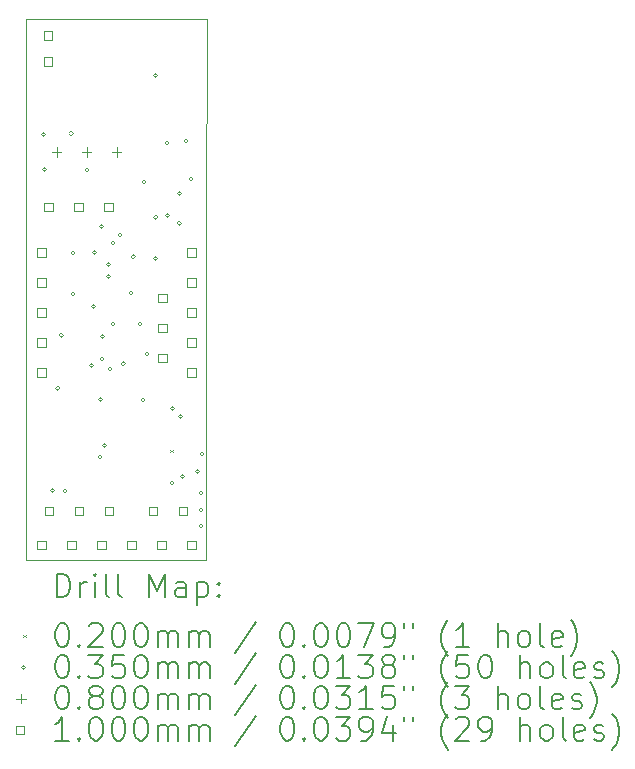
<source format=gbr>
%TF.GenerationSoftware,KiCad,Pcbnew,9.0.6*%
%TF.CreationDate,2026-01-09T20:10:29+00:00*%
%TF.ProjectId,ExtendedRangeSupply,45787465-6e64-4656-9452-616e67655375,rev?*%
%TF.SameCoordinates,Original*%
%TF.FileFunction,Drillmap*%
%TF.FilePolarity,Positive*%
%FSLAX45Y45*%
G04 Gerber Fmt 4.5, Leading zero omitted, Abs format (unit mm)*
G04 Created by KiCad (PCBNEW 9.0.6) date 2026-01-09 20:10:29*
%MOMM*%
%LPD*%
G01*
G04 APERTURE LIST*
%ADD10C,0.100000*%
%ADD11C,0.200000*%
G04 APERTURE END LIST*
D10*
X13729000Y-8458000D02*
X13730000Y-6672500D01*
X13730000Y-6672500D02*
X12205000Y-6672500D01*
X12205000Y-8458000D02*
X12205000Y-6672500D01*
X12205000Y-8458000D02*
X12205000Y-11252000D01*
X12205000Y-11252000D02*
X13729000Y-11252000D01*
X13729000Y-11252000D02*
X13729000Y-8458000D01*
D11*
D10*
X13425000Y-10317250D02*
X13445000Y-10337250D01*
X13445000Y-10317250D02*
X13425000Y-10337250D01*
X12367500Y-7650000D02*
G75*
G02*
X12332500Y-7650000I-17500J0D01*
G01*
X12332500Y-7650000D02*
G75*
G02*
X12367500Y-7650000I17500J0D01*
G01*
X12376400Y-7943500D02*
G75*
G02*
X12341400Y-7943500I-17500J0D01*
G01*
X12341400Y-7943500D02*
G75*
G02*
X12376400Y-7943500I17500J0D01*
G01*
X12445000Y-10662500D02*
G75*
G02*
X12410000Y-10662500I-17500J0D01*
G01*
X12410000Y-10662500D02*
G75*
G02*
X12445000Y-10662500I17500J0D01*
G01*
X12487500Y-9797500D02*
G75*
G02*
X12452500Y-9797500I-17500J0D01*
G01*
X12452500Y-9797500D02*
G75*
G02*
X12487500Y-9797500I17500J0D01*
G01*
X12517500Y-9349000D02*
G75*
G02*
X12482500Y-9349000I-17500J0D01*
G01*
X12482500Y-9349000D02*
G75*
G02*
X12517500Y-9349000I17500J0D01*
G01*
X12550000Y-10665000D02*
G75*
G02*
X12515000Y-10665000I-17500J0D01*
G01*
X12515000Y-10665000D02*
G75*
G02*
X12550000Y-10665000I17500J0D01*
G01*
X12600600Y-7641000D02*
G75*
G02*
X12565600Y-7641000I-17500J0D01*
G01*
X12565600Y-7641000D02*
G75*
G02*
X12600600Y-7641000I17500J0D01*
G01*
X12617500Y-8650000D02*
G75*
G02*
X12582500Y-8650000I-17500J0D01*
G01*
X12582500Y-8650000D02*
G75*
G02*
X12617500Y-8650000I17500J0D01*
G01*
X12619364Y-8999053D02*
G75*
G02*
X12584364Y-8999053I-17500J0D01*
G01*
X12584364Y-8999053D02*
G75*
G02*
X12619364Y-8999053I17500J0D01*
G01*
X12733500Y-7949000D02*
G75*
G02*
X12698500Y-7949000I-17500J0D01*
G01*
X12698500Y-7949000D02*
G75*
G02*
X12733500Y-7949000I17500J0D01*
G01*
X12774500Y-9605000D02*
G75*
G02*
X12739500Y-9605000I-17500J0D01*
G01*
X12739500Y-9605000D02*
G75*
G02*
X12774500Y-9605000I17500J0D01*
G01*
X12792547Y-9106247D02*
G75*
G02*
X12757547Y-9106247I-17500J0D01*
G01*
X12757547Y-9106247D02*
G75*
G02*
X12792547Y-9106247I17500J0D01*
G01*
X12800269Y-8650345D02*
G75*
G02*
X12765269Y-8650345I-17500J0D01*
G01*
X12765269Y-8650345D02*
G75*
G02*
X12800269Y-8650345I17500J0D01*
G01*
X12845007Y-10378047D02*
G75*
G02*
X12810007Y-10378047I-17500J0D01*
G01*
X12810007Y-10378047D02*
G75*
G02*
X12845007Y-10378047I17500J0D01*
G01*
X12850000Y-9895000D02*
G75*
G02*
X12815000Y-9895000I-17500J0D01*
G01*
X12815000Y-9895000D02*
G75*
G02*
X12850000Y-9895000I17500J0D01*
G01*
X12860500Y-8430000D02*
G75*
G02*
X12825500Y-8430000I-17500J0D01*
G01*
X12825500Y-8430000D02*
G75*
G02*
X12860500Y-8430000I17500J0D01*
G01*
X12865000Y-9550000D02*
G75*
G02*
X12830000Y-9550000I-17500J0D01*
G01*
X12830000Y-9550000D02*
G75*
G02*
X12865000Y-9550000I17500J0D01*
G01*
X12868625Y-9358375D02*
G75*
G02*
X12833625Y-9358375I-17500J0D01*
G01*
X12833625Y-9358375D02*
G75*
G02*
X12868625Y-9358375I17500J0D01*
G01*
X12885997Y-10283498D02*
G75*
G02*
X12850997Y-10283498I-17500J0D01*
G01*
X12850997Y-10283498D02*
G75*
G02*
X12885997Y-10283498I17500J0D01*
G01*
X12917500Y-8750000D02*
G75*
G02*
X12882500Y-8750000I-17500J0D01*
G01*
X12882500Y-8750000D02*
G75*
G02*
X12917500Y-8750000I17500J0D01*
G01*
X12917500Y-8850000D02*
G75*
G02*
X12882500Y-8850000I-17500J0D01*
G01*
X12882500Y-8850000D02*
G75*
G02*
X12917500Y-8850000I17500J0D01*
G01*
X12930000Y-9635000D02*
G75*
G02*
X12895000Y-9635000I-17500J0D01*
G01*
X12895000Y-9635000D02*
G75*
G02*
X12930000Y-9635000I17500J0D01*
G01*
X12954566Y-9255939D02*
G75*
G02*
X12919566Y-9255939I-17500J0D01*
G01*
X12919566Y-9255939D02*
G75*
G02*
X12954566Y-9255939I17500J0D01*
G01*
X12957375Y-8570000D02*
G75*
G02*
X12922375Y-8570000I-17500J0D01*
G01*
X12922375Y-8570000D02*
G75*
G02*
X12957375Y-8570000I17500J0D01*
G01*
X13017500Y-8500000D02*
G75*
G02*
X12982500Y-8500000I-17500J0D01*
G01*
X12982500Y-8500000D02*
G75*
G02*
X13017500Y-8500000I17500J0D01*
G01*
X13042500Y-9590000D02*
G75*
G02*
X13007500Y-9590000I-17500J0D01*
G01*
X13007500Y-9590000D02*
G75*
G02*
X13042500Y-9590000I17500J0D01*
G01*
X13108898Y-8992465D02*
G75*
G02*
X13073898Y-8992465I-17500J0D01*
G01*
X13073898Y-8992465D02*
G75*
G02*
X13108898Y-8992465I17500J0D01*
G01*
X13128839Y-8685958D02*
G75*
G02*
X13093839Y-8685958I-17500J0D01*
G01*
X13093839Y-8685958D02*
G75*
G02*
X13128839Y-8685958I17500J0D01*
G01*
X13185000Y-9255939D02*
G75*
G02*
X13150000Y-9255939I-17500J0D01*
G01*
X13150000Y-9255939D02*
G75*
G02*
X13185000Y-9255939I17500J0D01*
G01*
X13208500Y-9899000D02*
G75*
G02*
X13173500Y-9899000I-17500J0D01*
G01*
X13173500Y-9899000D02*
G75*
G02*
X13208500Y-9899000I17500J0D01*
G01*
X13217500Y-8050000D02*
G75*
G02*
X13182500Y-8050000I-17500J0D01*
G01*
X13182500Y-8050000D02*
G75*
G02*
X13217500Y-8050000I17500J0D01*
G01*
X13243500Y-9505000D02*
G75*
G02*
X13208500Y-9505000I-17500J0D01*
G01*
X13208500Y-9505000D02*
G75*
G02*
X13243500Y-9505000I17500J0D01*
G01*
X13317500Y-7150000D02*
G75*
G02*
X13282500Y-7150000I-17500J0D01*
G01*
X13282500Y-7150000D02*
G75*
G02*
X13317500Y-7150000I17500J0D01*
G01*
X13317500Y-8350000D02*
G75*
G02*
X13282500Y-8350000I-17500J0D01*
G01*
X13282500Y-8350000D02*
G75*
G02*
X13317500Y-8350000I17500J0D01*
G01*
X13317500Y-8700000D02*
G75*
G02*
X13282500Y-8700000I-17500J0D01*
G01*
X13282500Y-8700000D02*
G75*
G02*
X13317500Y-8700000I17500J0D01*
G01*
X13412885Y-7719615D02*
G75*
G02*
X13377885Y-7719615I-17500J0D01*
G01*
X13377885Y-7719615D02*
G75*
G02*
X13412885Y-7719615I17500J0D01*
G01*
X13417500Y-8332114D02*
G75*
G02*
X13382500Y-8332114I-17500J0D01*
G01*
X13382500Y-8332114D02*
G75*
G02*
X13417500Y-8332114I17500J0D01*
G01*
X13457500Y-10600000D02*
G75*
G02*
X13422500Y-10600000I-17500J0D01*
G01*
X13422500Y-10600000D02*
G75*
G02*
X13457500Y-10600000I17500J0D01*
G01*
X13460071Y-9967429D02*
G75*
G02*
X13425071Y-9967429I-17500J0D01*
G01*
X13425071Y-9967429D02*
G75*
G02*
X13460071Y-9967429I17500J0D01*
G01*
X13517500Y-8150000D02*
G75*
G02*
X13482500Y-8150000I-17500J0D01*
G01*
X13482500Y-8150000D02*
G75*
G02*
X13517500Y-8150000I17500J0D01*
G01*
X13517500Y-8400000D02*
G75*
G02*
X13482500Y-8400000I-17500J0D01*
G01*
X13482500Y-8400000D02*
G75*
G02*
X13517500Y-8400000I17500J0D01*
G01*
X13527500Y-10035000D02*
G75*
G02*
X13492500Y-10035000I-17500J0D01*
G01*
X13492500Y-10035000D02*
G75*
G02*
X13527500Y-10035000I17500J0D01*
G01*
X13545000Y-10547500D02*
G75*
G02*
X13510000Y-10547500I-17500J0D01*
G01*
X13510000Y-10547500D02*
G75*
G02*
X13545000Y-10547500I17500J0D01*
G01*
X13570620Y-7704798D02*
G75*
G02*
X13535620Y-7704798I-17500J0D01*
G01*
X13535620Y-7704798D02*
G75*
G02*
X13570620Y-7704798I17500J0D01*
G01*
X13613598Y-8025644D02*
G75*
G02*
X13578598Y-8025644I-17500J0D01*
G01*
X13578598Y-8025644D02*
G75*
G02*
X13613598Y-8025644I17500J0D01*
G01*
X13669500Y-10501000D02*
G75*
G02*
X13634500Y-10501000I-17500J0D01*
G01*
X13634500Y-10501000D02*
G75*
G02*
X13669500Y-10501000I17500J0D01*
G01*
X13700097Y-10966196D02*
G75*
G02*
X13665097Y-10966196I-17500J0D01*
G01*
X13665097Y-10966196D02*
G75*
G02*
X13700097Y-10966196I17500J0D01*
G01*
X13702134Y-10683012D02*
G75*
G02*
X13667134Y-10683012I-17500J0D01*
G01*
X13667134Y-10683012D02*
G75*
G02*
X13702134Y-10683012I17500J0D01*
G01*
X13703153Y-10828678D02*
G75*
G02*
X13668153Y-10828678I-17500J0D01*
G01*
X13668153Y-10828678D02*
G75*
G02*
X13703153Y-10828678I17500J0D01*
G01*
X13708500Y-10353000D02*
G75*
G02*
X13673500Y-10353000I-17500J0D01*
G01*
X13673500Y-10353000D02*
G75*
G02*
X13708500Y-10353000I17500J0D01*
G01*
X12461340Y-7759123D02*
X12461340Y-7839123D01*
X12421340Y-7799123D02*
X12501340Y-7799123D01*
X12715340Y-7759123D02*
X12715340Y-7839123D01*
X12675340Y-7799123D02*
X12755340Y-7799123D01*
X12969340Y-7759123D02*
X12969340Y-7839123D01*
X12929340Y-7799123D02*
X13009340Y-7799123D01*
X12367356Y-8683856D02*
X12367356Y-8613144D01*
X12296644Y-8613144D01*
X12296644Y-8683856D01*
X12367356Y-8683856D01*
X12367356Y-8937856D02*
X12367356Y-8867144D01*
X12296644Y-8867144D01*
X12296644Y-8937856D01*
X12367356Y-8937856D01*
X12367356Y-9191856D02*
X12367356Y-9121144D01*
X12296644Y-9121144D01*
X12296644Y-9191856D01*
X12367356Y-9191856D01*
X12367356Y-9445856D02*
X12367356Y-9375144D01*
X12296644Y-9375144D01*
X12296644Y-9445856D01*
X12367356Y-9445856D01*
X12367356Y-9699856D02*
X12367356Y-9629144D01*
X12296644Y-9629144D01*
X12296644Y-9699856D01*
X12367356Y-9699856D01*
X12367356Y-11160356D02*
X12367356Y-11089644D01*
X12296644Y-11089644D01*
X12296644Y-11160356D01*
X12367356Y-11160356D01*
X12423515Y-6847221D02*
X12423515Y-6776510D01*
X12352804Y-6776510D01*
X12352804Y-6847221D01*
X12423515Y-6847221D01*
X12425044Y-7066474D02*
X12425044Y-6995763D01*
X12354332Y-6995763D01*
X12354332Y-7066474D01*
X12425044Y-7066474D01*
X12426571Y-8296604D02*
X12426571Y-8225893D01*
X12355859Y-8225893D01*
X12355859Y-8296604D01*
X12426571Y-8296604D01*
X12431356Y-10875356D02*
X12431356Y-10804644D01*
X12360644Y-10804644D01*
X12360644Y-10875356D01*
X12431356Y-10875356D01*
X12621356Y-11160356D02*
X12621356Y-11089644D01*
X12550644Y-11089644D01*
X12550644Y-11160356D01*
X12621356Y-11160356D01*
X12680571Y-8296604D02*
X12680571Y-8225893D01*
X12609859Y-8225893D01*
X12609859Y-8296604D01*
X12680571Y-8296604D01*
X12685356Y-10875356D02*
X12685356Y-10804644D01*
X12614644Y-10804644D01*
X12614644Y-10875356D01*
X12685356Y-10875356D01*
X12875356Y-11160356D02*
X12875356Y-11089644D01*
X12804644Y-11089644D01*
X12804644Y-11160356D01*
X12875356Y-11160356D01*
X12934571Y-8296604D02*
X12934571Y-8225893D01*
X12863859Y-8225893D01*
X12863859Y-8296604D01*
X12934571Y-8296604D01*
X12939356Y-10875356D02*
X12939356Y-10804644D01*
X12868644Y-10804644D01*
X12868644Y-10875356D01*
X12939356Y-10875356D01*
X13129356Y-11160356D02*
X13129356Y-11089644D01*
X13058644Y-11089644D01*
X13058644Y-11160356D01*
X13129356Y-11160356D01*
X13311356Y-10875356D02*
X13311356Y-10804644D01*
X13240644Y-10804644D01*
X13240644Y-10875356D01*
X13311356Y-10875356D01*
X13383356Y-11160356D02*
X13383356Y-11089644D01*
X13312644Y-11089644D01*
X13312644Y-11160356D01*
X13383356Y-11160356D01*
X13391356Y-9068356D02*
X13391356Y-8997644D01*
X13320644Y-8997644D01*
X13320644Y-9068356D01*
X13391356Y-9068356D01*
X13391356Y-9322356D02*
X13391356Y-9251644D01*
X13320644Y-9251644D01*
X13320644Y-9322356D01*
X13391356Y-9322356D01*
X13391356Y-9576356D02*
X13391356Y-9505644D01*
X13320644Y-9505644D01*
X13320644Y-9576356D01*
X13391356Y-9576356D01*
X13565356Y-10875356D02*
X13565356Y-10804644D01*
X13494644Y-10804644D01*
X13494644Y-10875356D01*
X13565356Y-10875356D01*
X13637356Y-8683856D02*
X13637356Y-8613144D01*
X13566644Y-8613144D01*
X13566644Y-8683856D01*
X13637356Y-8683856D01*
X13637356Y-8937856D02*
X13637356Y-8867144D01*
X13566644Y-8867144D01*
X13566644Y-8937856D01*
X13637356Y-8937856D01*
X13637356Y-9191856D02*
X13637356Y-9121144D01*
X13566644Y-9121144D01*
X13566644Y-9191856D01*
X13637356Y-9191856D01*
X13637356Y-9445856D02*
X13637356Y-9375144D01*
X13566644Y-9375144D01*
X13566644Y-9445856D01*
X13637356Y-9445856D01*
X13637356Y-9699856D02*
X13637356Y-9629144D01*
X13566644Y-9629144D01*
X13566644Y-9699856D01*
X13637356Y-9699856D01*
X13637356Y-11160356D02*
X13637356Y-11089644D01*
X13566644Y-11089644D01*
X13566644Y-11160356D01*
X13637356Y-11160356D01*
D11*
X12460777Y-11568484D02*
X12460777Y-11368484D01*
X12460777Y-11368484D02*
X12508396Y-11368484D01*
X12508396Y-11368484D02*
X12536967Y-11378008D01*
X12536967Y-11378008D02*
X12556015Y-11397055D01*
X12556015Y-11397055D02*
X12565539Y-11416103D01*
X12565539Y-11416103D02*
X12575062Y-11454198D01*
X12575062Y-11454198D02*
X12575062Y-11482769D01*
X12575062Y-11482769D02*
X12565539Y-11520865D01*
X12565539Y-11520865D02*
X12556015Y-11539912D01*
X12556015Y-11539912D02*
X12536967Y-11558960D01*
X12536967Y-11558960D02*
X12508396Y-11568484D01*
X12508396Y-11568484D02*
X12460777Y-11568484D01*
X12660777Y-11568484D02*
X12660777Y-11435150D01*
X12660777Y-11473246D02*
X12670301Y-11454198D01*
X12670301Y-11454198D02*
X12679824Y-11444674D01*
X12679824Y-11444674D02*
X12698872Y-11435150D01*
X12698872Y-11435150D02*
X12717920Y-11435150D01*
X12784586Y-11568484D02*
X12784586Y-11435150D01*
X12784586Y-11368484D02*
X12775062Y-11378008D01*
X12775062Y-11378008D02*
X12784586Y-11387531D01*
X12784586Y-11387531D02*
X12794110Y-11378008D01*
X12794110Y-11378008D02*
X12784586Y-11368484D01*
X12784586Y-11368484D02*
X12784586Y-11387531D01*
X12908396Y-11568484D02*
X12889348Y-11558960D01*
X12889348Y-11558960D02*
X12879824Y-11539912D01*
X12879824Y-11539912D02*
X12879824Y-11368484D01*
X13013158Y-11568484D02*
X12994110Y-11558960D01*
X12994110Y-11558960D02*
X12984586Y-11539912D01*
X12984586Y-11539912D02*
X12984586Y-11368484D01*
X13241729Y-11568484D02*
X13241729Y-11368484D01*
X13241729Y-11368484D02*
X13308396Y-11511341D01*
X13308396Y-11511341D02*
X13375062Y-11368484D01*
X13375062Y-11368484D02*
X13375062Y-11568484D01*
X13556015Y-11568484D02*
X13556015Y-11463722D01*
X13556015Y-11463722D02*
X13546491Y-11444674D01*
X13546491Y-11444674D02*
X13527443Y-11435150D01*
X13527443Y-11435150D02*
X13489348Y-11435150D01*
X13489348Y-11435150D02*
X13470301Y-11444674D01*
X13556015Y-11558960D02*
X13536967Y-11568484D01*
X13536967Y-11568484D02*
X13489348Y-11568484D01*
X13489348Y-11568484D02*
X13470301Y-11558960D01*
X13470301Y-11558960D02*
X13460777Y-11539912D01*
X13460777Y-11539912D02*
X13460777Y-11520865D01*
X13460777Y-11520865D02*
X13470301Y-11501817D01*
X13470301Y-11501817D02*
X13489348Y-11492293D01*
X13489348Y-11492293D02*
X13536967Y-11492293D01*
X13536967Y-11492293D02*
X13556015Y-11482769D01*
X13651253Y-11435150D02*
X13651253Y-11635150D01*
X13651253Y-11444674D02*
X13670301Y-11435150D01*
X13670301Y-11435150D02*
X13708396Y-11435150D01*
X13708396Y-11435150D02*
X13727443Y-11444674D01*
X13727443Y-11444674D02*
X13736967Y-11454198D01*
X13736967Y-11454198D02*
X13746491Y-11473246D01*
X13746491Y-11473246D02*
X13746491Y-11530388D01*
X13746491Y-11530388D02*
X13736967Y-11549436D01*
X13736967Y-11549436D02*
X13727443Y-11558960D01*
X13727443Y-11558960D02*
X13708396Y-11568484D01*
X13708396Y-11568484D02*
X13670301Y-11568484D01*
X13670301Y-11568484D02*
X13651253Y-11558960D01*
X13832205Y-11549436D02*
X13841729Y-11558960D01*
X13841729Y-11558960D02*
X13832205Y-11568484D01*
X13832205Y-11568484D02*
X13822682Y-11558960D01*
X13822682Y-11558960D02*
X13832205Y-11549436D01*
X13832205Y-11549436D02*
X13832205Y-11568484D01*
X13832205Y-11444674D02*
X13841729Y-11454198D01*
X13841729Y-11454198D02*
X13832205Y-11463722D01*
X13832205Y-11463722D02*
X13822682Y-11454198D01*
X13822682Y-11454198D02*
X13832205Y-11444674D01*
X13832205Y-11444674D02*
X13832205Y-11463722D01*
D10*
X12180000Y-11887000D02*
X12200000Y-11907000D01*
X12200000Y-11887000D02*
X12180000Y-11907000D01*
D11*
X12498872Y-11788484D02*
X12517920Y-11788484D01*
X12517920Y-11788484D02*
X12536967Y-11798008D01*
X12536967Y-11798008D02*
X12546491Y-11807531D01*
X12546491Y-11807531D02*
X12556015Y-11826579D01*
X12556015Y-11826579D02*
X12565539Y-11864674D01*
X12565539Y-11864674D02*
X12565539Y-11912293D01*
X12565539Y-11912293D02*
X12556015Y-11950388D01*
X12556015Y-11950388D02*
X12546491Y-11969436D01*
X12546491Y-11969436D02*
X12536967Y-11978960D01*
X12536967Y-11978960D02*
X12517920Y-11988484D01*
X12517920Y-11988484D02*
X12498872Y-11988484D01*
X12498872Y-11988484D02*
X12479824Y-11978960D01*
X12479824Y-11978960D02*
X12470301Y-11969436D01*
X12470301Y-11969436D02*
X12460777Y-11950388D01*
X12460777Y-11950388D02*
X12451253Y-11912293D01*
X12451253Y-11912293D02*
X12451253Y-11864674D01*
X12451253Y-11864674D02*
X12460777Y-11826579D01*
X12460777Y-11826579D02*
X12470301Y-11807531D01*
X12470301Y-11807531D02*
X12479824Y-11798008D01*
X12479824Y-11798008D02*
X12498872Y-11788484D01*
X12651253Y-11969436D02*
X12660777Y-11978960D01*
X12660777Y-11978960D02*
X12651253Y-11988484D01*
X12651253Y-11988484D02*
X12641729Y-11978960D01*
X12641729Y-11978960D02*
X12651253Y-11969436D01*
X12651253Y-11969436D02*
X12651253Y-11988484D01*
X12736967Y-11807531D02*
X12746491Y-11798008D01*
X12746491Y-11798008D02*
X12765539Y-11788484D01*
X12765539Y-11788484D02*
X12813158Y-11788484D01*
X12813158Y-11788484D02*
X12832205Y-11798008D01*
X12832205Y-11798008D02*
X12841729Y-11807531D01*
X12841729Y-11807531D02*
X12851253Y-11826579D01*
X12851253Y-11826579D02*
X12851253Y-11845627D01*
X12851253Y-11845627D02*
X12841729Y-11874198D01*
X12841729Y-11874198D02*
X12727443Y-11988484D01*
X12727443Y-11988484D02*
X12851253Y-11988484D01*
X12975062Y-11788484D02*
X12994110Y-11788484D01*
X12994110Y-11788484D02*
X13013158Y-11798008D01*
X13013158Y-11798008D02*
X13022682Y-11807531D01*
X13022682Y-11807531D02*
X13032205Y-11826579D01*
X13032205Y-11826579D02*
X13041729Y-11864674D01*
X13041729Y-11864674D02*
X13041729Y-11912293D01*
X13041729Y-11912293D02*
X13032205Y-11950388D01*
X13032205Y-11950388D02*
X13022682Y-11969436D01*
X13022682Y-11969436D02*
X13013158Y-11978960D01*
X13013158Y-11978960D02*
X12994110Y-11988484D01*
X12994110Y-11988484D02*
X12975062Y-11988484D01*
X12975062Y-11988484D02*
X12956015Y-11978960D01*
X12956015Y-11978960D02*
X12946491Y-11969436D01*
X12946491Y-11969436D02*
X12936967Y-11950388D01*
X12936967Y-11950388D02*
X12927443Y-11912293D01*
X12927443Y-11912293D02*
X12927443Y-11864674D01*
X12927443Y-11864674D02*
X12936967Y-11826579D01*
X12936967Y-11826579D02*
X12946491Y-11807531D01*
X12946491Y-11807531D02*
X12956015Y-11798008D01*
X12956015Y-11798008D02*
X12975062Y-11788484D01*
X13165539Y-11788484D02*
X13184586Y-11788484D01*
X13184586Y-11788484D02*
X13203634Y-11798008D01*
X13203634Y-11798008D02*
X13213158Y-11807531D01*
X13213158Y-11807531D02*
X13222682Y-11826579D01*
X13222682Y-11826579D02*
X13232205Y-11864674D01*
X13232205Y-11864674D02*
X13232205Y-11912293D01*
X13232205Y-11912293D02*
X13222682Y-11950388D01*
X13222682Y-11950388D02*
X13213158Y-11969436D01*
X13213158Y-11969436D02*
X13203634Y-11978960D01*
X13203634Y-11978960D02*
X13184586Y-11988484D01*
X13184586Y-11988484D02*
X13165539Y-11988484D01*
X13165539Y-11988484D02*
X13146491Y-11978960D01*
X13146491Y-11978960D02*
X13136967Y-11969436D01*
X13136967Y-11969436D02*
X13127443Y-11950388D01*
X13127443Y-11950388D02*
X13117920Y-11912293D01*
X13117920Y-11912293D02*
X13117920Y-11864674D01*
X13117920Y-11864674D02*
X13127443Y-11826579D01*
X13127443Y-11826579D02*
X13136967Y-11807531D01*
X13136967Y-11807531D02*
X13146491Y-11798008D01*
X13146491Y-11798008D02*
X13165539Y-11788484D01*
X13317920Y-11988484D02*
X13317920Y-11855150D01*
X13317920Y-11874198D02*
X13327443Y-11864674D01*
X13327443Y-11864674D02*
X13346491Y-11855150D01*
X13346491Y-11855150D02*
X13375063Y-11855150D01*
X13375063Y-11855150D02*
X13394110Y-11864674D01*
X13394110Y-11864674D02*
X13403634Y-11883722D01*
X13403634Y-11883722D02*
X13403634Y-11988484D01*
X13403634Y-11883722D02*
X13413158Y-11864674D01*
X13413158Y-11864674D02*
X13432205Y-11855150D01*
X13432205Y-11855150D02*
X13460777Y-11855150D01*
X13460777Y-11855150D02*
X13479824Y-11864674D01*
X13479824Y-11864674D02*
X13489348Y-11883722D01*
X13489348Y-11883722D02*
X13489348Y-11988484D01*
X13584586Y-11988484D02*
X13584586Y-11855150D01*
X13584586Y-11874198D02*
X13594110Y-11864674D01*
X13594110Y-11864674D02*
X13613158Y-11855150D01*
X13613158Y-11855150D02*
X13641729Y-11855150D01*
X13641729Y-11855150D02*
X13660777Y-11864674D01*
X13660777Y-11864674D02*
X13670301Y-11883722D01*
X13670301Y-11883722D02*
X13670301Y-11988484D01*
X13670301Y-11883722D02*
X13679824Y-11864674D01*
X13679824Y-11864674D02*
X13698872Y-11855150D01*
X13698872Y-11855150D02*
X13727443Y-11855150D01*
X13727443Y-11855150D02*
X13746491Y-11864674D01*
X13746491Y-11864674D02*
X13756015Y-11883722D01*
X13756015Y-11883722D02*
X13756015Y-11988484D01*
X14146491Y-11778960D02*
X13975063Y-12036103D01*
X14403634Y-11788484D02*
X14422682Y-11788484D01*
X14422682Y-11788484D02*
X14441729Y-11798008D01*
X14441729Y-11798008D02*
X14451253Y-11807531D01*
X14451253Y-11807531D02*
X14460777Y-11826579D01*
X14460777Y-11826579D02*
X14470301Y-11864674D01*
X14470301Y-11864674D02*
X14470301Y-11912293D01*
X14470301Y-11912293D02*
X14460777Y-11950388D01*
X14460777Y-11950388D02*
X14451253Y-11969436D01*
X14451253Y-11969436D02*
X14441729Y-11978960D01*
X14441729Y-11978960D02*
X14422682Y-11988484D01*
X14422682Y-11988484D02*
X14403634Y-11988484D01*
X14403634Y-11988484D02*
X14384586Y-11978960D01*
X14384586Y-11978960D02*
X14375063Y-11969436D01*
X14375063Y-11969436D02*
X14365539Y-11950388D01*
X14365539Y-11950388D02*
X14356015Y-11912293D01*
X14356015Y-11912293D02*
X14356015Y-11864674D01*
X14356015Y-11864674D02*
X14365539Y-11826579D01*
X14365539Y-11826579D02*
X14375063Y-11807531D01*
X14375063Y-11807531D02*
X14384586Y-11798008D01*
X14384586Y-11798008D02*
X14403634Y-11788484D01*
X14556015Y-11969436D02*
X14565539Y-11978960D01*
X14565539Y-11978960D02*
X14556015Y-11988484D01*
X14556015Y-11988484D02*
X14546491Y-11978960D01*
X14546491Y-11978960D02*
X14556015Y-11969436D01*
X14556015Y-11969436D02*
X14556015Y-11988484D01*
X14689348Y-11788484D02*
X14708396Y-11788484D01*
X14708396Y-11788484D02*
X14727444Y-11798008D01*
X14727444Y-11798008D02*
X14736967Y-11807531D01*
X14736967Y-11807531D02*
X14746491Y-11826579D01*
X14746491Y-11826579D02*
X14756015Y-11864674D01*
X14756015Y-11864674D02*
X14756015Y-11912293D01*
X14756015Y-11912293D02*
X14746491Y-11950388D01*
X14746491Y-11950388D02*
X14736967Y-11969436D01*
X14736967Y-11969436D02*
X14727444Y-11978960D01*
X14727444Y-11978960D02*
X14708396Y-11988484D01*
X14708396Y-11988484D02*
X14689348Y-11988484D01*
X14689348Y-11988484D02*
X14670301Y-11978960D01*
X14670301Y-11978960D02*
X14660777Y-11969436D01*
X14660777Y-11969436D02*
X14651253Y-11950388D01*
X14651253Y-11950388D02*
X14641729Y-11912293D01*
X14641729Y-11912293D02*
X14641729Y-11864674D01*
X14641729Y-11864674D02*
X14651253Y-11826579D01*
X14651253Y-11826579D02*
X14660777Y-11807531D01*
X14660777Y-11807531D02*
X14670301Y-11798008D01*
X14670301Y-11798008D02*
X14689348Y-11788484D01*
X14879825Y-11788484D02*
X14898872Y-11788484D01*
X14898872Y-11788484D02*
X14917920Y-11798008D01*
X14917920Y-11798008D02*
X14927444Y-11807531D01*
X14927444Y-11807531D02*
X14936967Y-11826579D01*
X14936967Y-11826579D02*
X14946491Y-11864674D01*
X14946491Y-11864674D02*
X14946491Y-11912293D01*
X14946491Y-11912293D02*
X14936967Y-11950388D01*
X14936967Y-11950388D02*
X14927444Y-11969436D01*
X14927444Y-11969436D02*
X14917920Y-11978960D01*
X14917920Y-11978960D02*
X14898872Y-11988484D01*
X14898872Y-11988484D02*
X14879825Y-11988484D01*
X14879825Y-11988484D02*
X14860777Y-11978960D01*
X14860777Y-11978960D02*
X14851253Y-11969436D01*
X14851253Y-11969436D02*
X14841729Y-11950388D01*
X14841729Y-11950388D02*
X14832206Y-11912293D01*
X14832206Y-11912293D02*
X14832206Y-11864674D01*
X14832206Y-11864674D02*
X14841729Y-11826579D01*
X14841729Y-11826579D02*
X14851253Y-11807531D01*
X14851253Y-11807531D02*
X14860777Y-11798008D01*
X14860777Y-11798008D02*
X14879825Y-11788484D01*
X15013158Y-11788484D02*
X15146491Y-11788484D01*
X15146491Y-11788484D02*
X15060777Y-11988484D01*
X15232206Y-11988484D02*
X15270301Y-11988484D01*
X15270301Y-11988484D02*
X15289348Y-11978960D01*
X15289348Y-11978960D02*
X15298872Y-11969436D01*
X15298872Y-11969436D02*
X15317920Y-11940865D01*
X15317920Y-11940865D02*
X15327444Y-11902769D01*
X15327444Y-11902769D02*
X15327444Y-11826579D01*
X15327444Y-11826579D02*
X15317920Y-11807531D01*
X15317920Y-11807531D02*
X15308396Y-11798008D01*
X15308396Y-11798008D02*
X15289348Y-11788484D01*
X15289348Y-11788484D02*
X15251253Y-11788484D01*
X15251253Y-11788484D02*
X15232206Y-11798008D01*
X15232206Y-11798008D02*
X15222682Y-11807531D01*
X15222682Y-11807531D02*
X15213158Y-11826579D01*
X15213158Y-11826579D02*
X15213158Y-11874198D01*
X15213158Y-11874198D02*
X15222682Y-11893246D01*
X15222682Y-11893246D02*
X15232206Y-11902769D01*
X15232206Y-11902769D02*
X15251253Y-11912293D01*
X15251253Y-11912293D02*
X15289348Y-11912293D01*
X15289348Y-11912293D02*
X15308396Y-11902769D01*
X15308396Y-11902769D02*
X15317920Y-11893246D01*
X15317920Y-11893246D02*
X15327444Y-11874198D01*
X15403634Y-11788484D02*
X15403634Y-11826579D01*
X15479825Y-11788484D02*
X15479825Y-11826579D01*
X15775063Y-12064674D02*
X15765539Y-12055150D01*
X15765539Y-12055150D02*
X15746491Y-12026579D01*
X15746491Y-12026579D02*
X15736968Y-12007531D01*
X15736968Y-12007531D02*
X15727444Y-11978960D01*
X15727444Y-11978960D02*
X15717920Y-11931341D01*
X15717920Y-11931341D02*
X15717920Y-11893246D01*
X15717920Y-11893246D02*
X15727444Y-11845627D01*
X15727444Y-11845627D02*
X15736968Y-11817055D01*
X15736968Y-11817055D02*
X15746491Y-11798008D01*
X15746491Y-11798008D02*
X15765539Y-11769436D01*
X15765539Y-11769436D02*
X15775063Y-11759912D01*
X15956015Y-11988484D02*
X15841729Y-11988484D01*
X15898872Y-11988484D02*
X15898872Y-11788484D01*
X15898872Y-11788484D02*
X15879825Y-11817055D01*
X15879825Y-11817055D02*
X15860777Y-11836103D01*
X15860777Y-11836103D02*
X15841729Y-11845627D01*
X16194110Y-11988484D02*
X16194110Y-11788484D01*
X16279825Y-11988484D02*
X16279825Y-11883722D01*
X16279825Y-11883722D02*
X16270301Y-11864674D01*
X16270301Y-11864674D02*
X16251253Y-11855150D01*
X16251253Y-11855150D02*
X16222682Y-11855150D01*
X16222682Y-11855150D02*
X16203634Y-11864674D01*
X16203634Y-11864674D02*
X16194110Y-11874198D01*
X16403634Y-11988484D02*
X16384587Y-11978960D01*
X16384587Y-11978960D02*
X16375063Y-11969436D01*
X16375063Y-11969436D02*
X16365539Y-11950388D01*
X16365539Y-11950388D02*
X16365539Y-11893246D01*
X16365539Y-11893246D02*
X16375063Y-11874198D01*
X16375063Y-11874198D02*
X16384587Y-11864674D01*
X16384587Y-11864674D02*
X16403634Y-11855150D01*
X16403634Y-11855150D02*
X16432206Y-11855150D01*
X16432206Y-11855150D02*
X16451253Y-11864674D01*
X16451253Y-11864674D02*
X16460777Y-11874198D01*
X16460777Y-11874198D02*
X16470301Y-11893246D01*
X16470301Y-11893246D02*
X16470301Y-11950388D01*
X16470301Y-11950388D02*
X16460777Y-11969436D01*
X16460777Y-11969436D02*
X16451253Y-11978960D01*
X16451253Y-11978960D02*
X16432206Y-11988484D01*
X16432206Y-11988484D02*
X16403634Y-11988484D01*
X16584587Y-11988484D02*
X16565539Y-11978960D01*
X16565539Y-11978960D02*
X16556015Y-11959912D01*
X16556015Y-11959912D02*
X16556015Y-11788484D01*
X16736968Y-11978960D02*
X16717920Y-11988484D01*
X16717920Y-11988484D02*
X16679825Y-11988484D01*
X16679825Y-11988484D02*
X16660777Y-11978960D01*
X16660777Y-11978960D02*
X16651253Y-11959912D01*
X16651253Y-11959912D02*
X16651253Y-11883722D01*
X16651253Y-11883722D02*
X16660777Y-11864674D01*
X16660777Y-11864674D02*
X16679825Y-11855150D01*
X16679825Y-11855150D02*
X16717920Y-11855150D01*
X16717920Y-11855150D02*
X16736968Y-11864674D01*
X16736968Y-11864674D02*
X16746491Y-11883722D01*
X16746491Y-11883722D02*
X16746491Y-11902769D01*
X16746491Y-11902769D02*
X16651253Y-11921817D01*
X16813158Y-12064674D02*
X16822682Y-12055150D01*
X16822682Y-12055150D02*
X16841730Y-12026579D01*
X16841730Y-12026579D02*
X16851253Y-12007531D01*
X16851253Y-12007531D02*
X16860777Y-11978960D01*
X16860777Y-11978960D02*
X16870301Y-11931341D01*
X16870301Y-11931341D02*
X16870301Y-11893246D01*
X16870301Y-11893246D02*
X16860777Y-11845627D01*
X16860777Y-11845627D02*
X16851253Y-11817055D01*
X16851253Y-11817055D02*
X16841730Y-11798008D01*
X16841730Y-11798008D02*
X16822682Y-11769436D01*
X16822682Y-11769436D02*
X16813158Y-11759912D01*
D10*
X12200000Y-12161000D02*
G75*
G02*
X12165000Y-12161000I-17500J0D01*
G01*
X12165000Y-12161000D02*
G75*
G02*
X12200000Y-12161000I17500J0D01*
G01*
D11*
X12498872Y-12052484D02*
X12517920Y-12052484D01*
X12517920Y-12052484D02*
X12536967Y-12062008D01*
X12536967Y-12062008D02*
X12546491Y-12071531D01*
X12546491Y-12071531D02*
X12556015Y-12090579D01*
X12556015Y-12090579D02*
X12565539Y-12128674D01*
X12565539Y-12128674D02*
X12565539Y-12176293D01*
X12565539Y-12176293D02*
X12556015Y-12214388D01*
X12556015Y-12214388D02*
X12546491Y-12233436D01*
X12546491Y-12233436D02*
X12536967Y-12242960D01*
X12536967Y-12242960D02*
X12517920Y-12252484D01*
X12517920Y-12252484D02*
X12498872Y-12252484D01*
X12498872Y-12252484D02*
X12479824Y-12242960D01*
X12479824Y-12242960D02*
X12470301Y-12233436D01*
X12470301Y-12233436D02*
X12460777Y-12214388D01*
X12460777Y-12214388D02*
X12451253Y-12176293D01*
X12451253Y-12176293D02*
X12451253Y-12128674D01*
X12451253Y-12128674D02*
X12460777Y-12090579D01*
X12460777Y-12090579D02*
X12470301Y-12071531D01*
X12470301Y-12071531D02*
X12479824Y-12062008D01*
X12479824Y-12062008D02*
X12498872Y-12052484D01*
X12651253Y-12233436D02*
X12660777Y-12242960D01*
X12660777Y-12242960D02*
X12651253Y-12252484D01*
X12651253Y-12252484D02*
X12641729Y-12242960D01*
X12641729Y-12242960D02*
X12651253Y-12233436D01*
X12651253Y-12233436D02*
X12651253Y-12252484D01*
X12727443Y-12052484D02*
X12851253Y-12052484D01*
X12851253Y-12052484D02*
X12784586Y-12128674D01*
X12784586Y-12128674D02*
X12813158Y-12128674D01*
X12813158Y-12128674D02*
X12832205Y-12138198D01*
X12832205Y-12138198D02*
X12841729Y-12147722D01*
X12841729Y-12147722D02*
X12851253Y-12166769D01*
X12851253Y-12166769D02*
X12851253Y-12214388D01*
X12851253Y-12214388D02*
X12841729Y-12233436D01*
X12841729Y-12233436D02*
X12832205Y-12242960D01*
X12832205Y-12242960D02*
X12813158Y-12252484D01*
X12813158Y-12252484D02*
X12756015Y-12252484D01*
X12756015Y-12252484D02*
X12736967Y-12242960D01*
X12736967Y-12242960D02*
X12727443Y-12233436D01*
X13032205Y-12052484D02*
X12936967Y-12052484D01*
X12936967Y-12052484D02*
X12927443Y-12147722D01*
X12927443Y-12147722D02*
X12936967Y-12138198D01*
X12936967Y-12138198D02*
X12956015Y-12128674D01*
X12956015Y-12128674D02*
X13003634Y-12128674D01*
X13003634Y-12128674D02*
X13022682Y-12138198D01*
X13022682Y-12138198D02*
X13032205Y-12147722D01*
X13032205Y-12147722D02*
X13041729Y-12166769D01*
X13041729Y-12166769D02*
X13041729Y-12214388D01*
X13041729Y-12214388D02*
X13032205Y-12233436D01*
X13032205Y-12233436D02*
X13022682Y-12242960D01*
X13022682Y-12242960D02*
X13003634Y-12252484D01*
X13003634Y-12252484D02*
X12956015Y-12252484D01*
X12956015Y-12252484D02*
X12936967Y-12242960D01*
X12936967Y-12242960D02*
X12927443Y-12233436D01*
X13165539Y-12052484D02*
X13184586Y-12052484D01*
X13184586Y-12052484D02*
X13203634Y-12062008D01*
X13203634Y-12062008D02*
X13213158Y-12071531D01*
X13213158Y-12071531D02*
X13222682Y-12090579D01*
X13222682Y-12090579D02*
X13232205Y-12128674D01*
X13232205Y-12128674D02*
X13232205Y-12176293D01*
X13232205Y-12176293D02*
X13222682Y-12214388D01*
X13222682Y-12214388D02*
X13213158Y-12233436D01*
X13213158Y-12233436D02*
X13203634Y-12242960D01*
X13203634Y-12242960D02*
X13184586Y-12252484D01*
X13184586Y-12252484D02*
X13165539Y-12252484D01*
X13165539Y-12252484D02*
X13146491Y-12242960D01*
X13146491Y-12242960D02*
X13136967Y-12233436D01*
X13136967Y-12233436D02*
X13127443Y-12214388D01*
X13127443Y-12214388D02*
X13117920Y-12176293D01*
X13117920Y-12176293D02*
X13117920Y-12128674D01*
X13117920Y-12128674D02*
X13127443Y-12090579D01*
X13127443Y-12090579D02*
X13136967Y-12071531D01*
X13136967Y-12071531D02*
X13146491Y-12062008D01*
X13146491Y-12062008D02*
X13165539Y-12052484D01*
X13317920Y-12252484D02*
X13317920Y-12119150D01*
X13317920Y-12138198D02*
X13327443Y-12128674D01*
X13327443Y-12128674D02*
X13346491Y-12119150D01*
X13346491Y-12119150D02*
X13375063Y-12119150D01*
X13375063Y-12119150D02*
X13394110Y-12128674D01*
X13394110Y-12128674D02*
X13403634Y-12147722D01*
X13403634Y-12147722D02*
X13403634Y-12252484D01*
X13403634Y-12147722D02*
X13413158Y-12128674D01*
X13413158Y-12128674D02*
X13432205Y-12119150D01*
X13432205Y-12119150D02*
X13460777Y-12119150D01*
X13460777Y-12119150D02*
X13479824Y-12128674D01*
X13479824Y-12128674D02*
X13489348Y-12147722D01*
X13489348Y-12147722D02*
X13489348Y-12252484D01*
X13584586Y-12252484D02*
X13584586Y-12119150D01*
X13584586Y-12138198D02*
X13594110Y-12128674D01*
X13594110Y-12128674D02*
X13613158Y-12119150D01*
X13613158Y-12119150D02*
X13641729Y-12119150D01*
X13641729Y-12119150D02*
X13660777Y-12128674D01*
X13660777Y-12128674D02*
X13670301Y-12147722D01*
X13670301Y-12147722D02*
X13670301Y-12252484D01*
X13670301Y-12147722D02*
X13679824Y-12128674D01*
X13679824Y-12128674D02*
X13698872Y-12119150D01*
X13698872Y-12119150D02*
X13727443Y-12119150D01*
X13727443Y-12119150D02*
X13746491Y-12128674D01*
X13746491Y-12128674D02*
X13756015Y-12147722D01*
X13756015Y-12147722D02*
X13756015Y-12252484D01*
X14146491Y-12042960D02*
X13975063Y-12300103D01*
X14403634Y-12052484D02*
X14422682Y-12052484D01*
X14422682Y-12052484D02*
X14441729Y-12062008D01*
X14441729Y-12062008D02*
X14451253Y-12071531D01*
X14451253Y-12071531D02*
X14460777Y-12090579D01*
X14460777Y-12090579D02*
X14470301Y-12128674D01*
X14470301Y-12128674D02*
X14470301Y-12176293D01*
X14470301Y-12176293D02*
X14460777Y-12214388D01*
X14460777Y-12214388D02*
X14451253Y-12233436D01*
X14451253Y-12233436D02*
X14441729Y-12242960D01*
X14441729Y-12242960D02*
X14422682Y-12252484D01*
X14422682Y-12252484D02*
X14403634Y-12252484D01*
X14403634Y-12252484D02*
X14384586Y-12242960D01*
X14384586Y-12242960D02*
X14375063Y-12233436D01*
X14375063Y-12233436D02*
X14365539Y-12214388D01*
X14365539Y-12214388D02*
X14356015Y-12176293D01*
X14356015Y-12176293D02*
X14356015Y-12128674D01*
X14356015Y-12128674D02*
X14365539Y-12090579D01*
X14365539Y-12090579D02*
X14375063Y-12071531D01*
X14375063Y-12071531D02*
X14384586Y-12062008D01*
X14384586Y-12062008D02*
X14403634Y-12052484D01*
X14556015Y-12233436D02*
X14565539Y-12242960D01*
X14565539Y-12242960D02*
X14556015Y-12252484D01*
X14556015Y-12252484D02*
X14546491Y-12242960D01*
X14546491Y-12242960D02*
X14556015Y-12233436D01*
X14556015Y-12233436D02*
X14556015Y-12252484D01*
X14689348Y-12052484D02*
X14708396Y-12052484D01*
X14708396Y-12052484D02*
X14727444Y-12062008D01*
X14727444Y-12062008D02*
X14736967Y-12071531D01*
X14736967Y-12071531D02*
X14746491Y-12090579D01*
X14746491Y-12090579D02*
X14756015Y-12128674D01*
X14756015Y-12128674D02*
X14756015Y-12176293D01*
X14756015Y-12176293D02*
X14746491Y-12214388D01*
X14746491Y-12214388D02*
X14736967Y-12233436D01*
X14736967Y-12233436D02*
X14727444Y-12242960D01*
X14727444Y-12242960D02*
X14708396Y-12252484D01*
X14708396Y-12252484D02*
X14689348Y-12252484D01*
X14689348Y-12252484D02*
X14670301Y-12242960D01*
X14670301Y-12242960D02*
X14660777Y-12233436D01*
X14660777Y-12233436D02*
X14651253Y-12214388D01*
X14651253Y-12214388D02*
X14641729Y-12176293D01*
X14641729Y-12176293D02*
X14641729Y-12128674D01*
X14641729Y-12128674D02*
X14651253Y-12090579D01*
X14651253Y-12090579D02*
X14660777Y-12071531D01*
X14660777Y-12071531D02*
X14670301Y-12062008D01*
X14670301Y-12062008D02*
X14689348Y-12052484D01*
X14946491Y-12252484D02*
X14832206Y-12252484D01*
X14889348Y-12252484D02*
X14889348Y-12052484D01*
X14889348Y-12052484D02*
X14870301Y-12081055D01*
X14870301Y-12081055D02*
X14851253Y-12100103D01*
X14851253Y-12100103D02*
X14832206Y-12109627D01*
X15013158Y-12052484D02*
X15136967Y-12052484D01*
X15136967Y-12052484D02*
X15070301Y-12128674D01*
X15070301Y-12128674D02*
X15098872Y-12128674D01*
X15098872Y-12128674D02*
X15117920Y-12138198D01*
X15117920Y-12138198D02*
X15127444Y-12147722D01*
X15127444Y-12147722D02*
X15136967Y-12166769D01*
X15136967Y-12166769D02*
X15136967Y-12214388D01*
X15136967Y-12214388D02*
X15127444Y-12233436D01*
X15127444Y-12233436D02*
X15117920Y-12242960D01*
X15117920Y-12242960D02*
X15098872Y-12252484D01*
X15098872Y-12252484D02*
X15041729Y-12252484D01*
X15041729Y-12252484D02*
X15022682Y-12242960D01*
X15022682Y-12242960D02*
X15013158Y-12233436D01*
X15251253Y-12138198D02*
X15232206Y-12128674D01*
X15232206Y-12128674D02*
X15222682Y-12119150D01*
X15222682Y-12119150D02*
X15213158Y-12100103D01*
X15213158Y-12100103D02*
X15213158Y-12090579D01*
X15213158Y-12090579D02*
X15222682Y-12071531D01*
X15222682Y-12071531D02*
X15232206Y-12062008D01*
X15232206Y-12062008D02*
X15251253Y-12052484D01*
X15251253Y-12052484D02*
X15289348Y-12052484D01*
X15289348Y-12052484D02*
X15308396Y-12062008D01*
X15308396Y-12062008D02*
X15317920Y-12071531D01*
X15317920Y-12071531D02*
X15327444Y-12090579D01*
X15327444Y-12090579D02*
X15327444Y-12100103D01*
X15327444Y-12100103D02*
X15317920Y-12119150D01*
X15317920Y-12119150D02*
X15308396Y-12128674D01*
X15308396Y-12128674D02*
X15289348Y-12138198D01*
X15289348Y-12138198D02*
X15251253Y-12138198D01*
X15251253Y-12138198D02*
X15232206Y-12147722D01*
X15232206Y-12147722D02*
X15222682Y-12157246D01*
X15222682Y-12157246D02*
X15213158Y-12176293D01*
X15213158Y-12176293D02*
X15213158Y-12214388D01*
X15213158Y-12214388D02*
X15222682Y-12233436D01*
X15222682Y-12233436D02*
X15232206Y-12242960D01*
X15232206Y-12242960D02*
X15251253Y-12252484D01*
X15251253Y-12252484D02*
X15289348Y-12252484D01*
X15289348Y-12252484D02*
X15308396Y-12242960D01*
X15308396Y-12242960D02*
X15317920Y-12233436D01*
X15317920Y-12233436D02*
X15327444Y-12214388D01*
X15327444Y-12214388D02*
X15327444Y-12176293D01*
X15327444Y-12176293D02*
X15317920Y-12157246D01*
X15317920Y-12157246D02*
X15308396Y-12147722D01*
X15308396Y-12147722D02*
X15289348Y-12138198D01*
X15403634Y-12052484D02*
X15403634Y-12090579D01*
X15479825Y-12052484D02*
X15479825Y-12090579D01*
X15775063Y-12328674D02*
X15765539Y-12319150D01*
X15765539Y-12319150D02*
X15746491Y-12290579D01*
X15746491Y-12290579D02*
X15736968Y-12271531D01*
X15736968Y-12271531D02*
X15727444Y-12242960D01*
X15727444Y-12242960D02*
X15717920Y-12195341D01*
X15717920Y-12195341D02*
X15717920Y-12157246D01*
X15717920Y-12157246D02*
X15727444Y-12109627D01*
X15727444Y-12109627D02*
X15736968Y-12081055D01*
X15736968Y-12081055D02*
X15746491Y-12062008D01*
X15746491Y-12062008D02*
X15765539Y-12033436D01*
X15765539Y-12033436D02*
X15775063Y-12023912D01*
X15946491Y-12052484D02*
X15851253Y-12052484D01*
X15851253Y-12052484D02*
X15841729Y-12147722D01*
X15841729Y-12147722D02*
X15851253Y-12138198D01*
X15851253Y-12138198D02*
X15870301Y-12128674D01*
X15870301Y-12128674D02*
X15917920Y-12128674D01*
X15917920Y-12128674D02*
X15936968Y-12138198D01*
X15936968Y-12138198D02*
X15946491Y-12147722D01*
X15946491Y-12147722D02*
X15956015Y-12166769D01*
X15956015Y-12166769D02*
X15956015Y-12214388D01*
X15956015Y-12214388D02*
X15946491Y-12233436D01*
X15946491Y-12233436D02*
X15936968Y-12242960D01*
X15936968Y-12242960D02*
X15917920Y-12252484D01*
X15917920Y-12252484D02*
X15870301Y-12252484D01*
X15870301Y-12252484D02*
X15851253Y-12242960D01*
X15851253Y-12242960D02*
X15841729Y-12233436D01*
X16079825Y-12052484D02*
X16098872Y-12052484D01*
X16098872Y-12052484D02*
X16117920Y-12062008D01*
X16117920Y-12062008D02*
X16127444Y-12071531D01*
X16127444Y-12071531D02*
X16136968Y-12090579D01*
X16136968Y-12090579D02*
X16146491Y-12128674D01*
X16146491Y-12128674D02*
X16146491Y-12176293D01*
X16146491Y-12176293D02*
X16136968Y-12214388D01*
X16136968Y-12214388D02*
X16127444Y-12233436D01*
X16127444Y-12233436D02*
X16117920Y-12242960D01*
X16117920Y-12242960D02*
X16098872Y-12252484D01*
X16098872Y-12252484D02*
X16079825Y-12252484D01*
X16079825Y-12252484D02*
X16060777Y-12242960D01*
X16060777Y-12242960D02*
X16051253Y-12233436D01*
X16051253Y-12233436D02*
X16041729Y-12214388D01*
X16041729Y-12214388D02*
X16032206Y-12176293D01*
X16032206Y-12176293D02*
X16032206Y-12128674D01*
X16032206Y-12128674D02*
X16041729Y-12090579D01*
X16041729Y-12090579D02*
X16051253Y-12071531D01*
X16051253Y-12071531D02*
X16060777Y-12062008D01*
X16060777Y-12062008D02*
X16079825Y-12052484D01*
X16384587Y-12252484D02*
X16384587Y-12052484D01*
X16470301Y-12252484D02*
X16470301Y-12147722D01*
X16470301Y-12147722D02*
X16460777Y-12128674D01*
X16460777Y-12128674D02*
X16441730Y-12119150D01*
X16441730Y-12119150D02*
X16413158Y-12119150D01*
X16413158Y-12119150D02*
X16394110Y-12128674D01*
X16394110Y-12128674D02*
X16384587Y-12138198D01*
X16594110Y-12252484D02*
X16575063Y-12242960D01*
X16575063Y-12242960D02*
X16565539Y-12233436D01*
X16565539Y-12233436D02*
X16556015Y-12214388D01*
X16556015Y-12214388D02*
X16556015Y-12157246D01*
X16556015Y-12157246D02*
X16565539Y-12138198D01*
X16565539Y-12138198D02*
X16575063Y-12128674D01*
X16575063Y-12128674D02*
X16594110Y-12119150D01*
X16594110Y-12119150D02*
X16622682Y-12119150D01*
X16622682Y-12119150D02*
X16641730Y-12128674D01*
X16641730Y-12128674D02*
X16651253Y-12138198D01*
X16651253Y-12138198D02*
X16660777Y-12157246D01*
X16660777Y-12157246D02*
X16660777Y-12214388D01*
X16660777Y-12214388D02*
X16651253Y-12233436D01*
X16651253Y-12233436D02*
X16641730Y-12242960D01*
X16641730Y-12242960D02*
X16622682Y-12252484D01*
X16622682Y-12252484D02*
X16594110Y-12252484D01*
X16775063Y-12252484D02*
X16756015Y-12242960D01*
X16756015Y-12242960D02*
X16746491Y-12223912D01*
X16746491Y-12223912D02*
X16746491Y-12052484D01*
X16927444Y-12242960D02*
X16908396Y-12252484D01*
X16908396Y-12252484D02*
X16870301Y-12252484D01*
X16870301Y-12252484D02*
X16851253Y-12242960D01*
X16851253Y-12242960D02*
X16841730Y-12223912D01*
X16841730Y-12223912D02*
X16841730Y-12147722D01*
X16841730Y-12147722D02*
X16851253Y-12128674D01*
X16851253Y-12128674D02*
X16870301Y-12119150D01*
X16870301Y-12119150D02*
X16908396Y-12119150D01*
X16908396Y-12119150D02*
X16927444Y-12128674D01*
X16927444Y-12128674D02*
X16936968Y-12147722D01*
X16936968Y-12147722D02*
X16936968Y-12166769D01*
X16936968Y-12166769D02*
X16841730Y-12185817D01*
X17013158Y-12242960D02*
X17032206Y-12252484D01*
X17032206Y-12252484D02*
X17070301Y-12252484D01*
X17070301Y-12252484D02*
X17089349Y-12242960D01*
X17089349Y-12242960D02*
X17098873Y-12223912D01*
X17098873Y-12223912D02*
X17098873Y-12214388D01*
X17098873Y-12214388D02*
X17089349Y-12195341D01*
X17089349Y-12195341D02*
X17070301Y-12185817D01*
X17070301Y-12185817D02*
X17041730Y-12185817D01*
X17041730Y-12185817D02*
X17022682Y-12176293D01*
X17022682Y-12176293D02*
X17013158Y-12157246D01*
X17013158Y-12157246D02*
X17013158Y-12147722D01*
X17013158Y-12147722D02*
X17022682Y-12128674D01*
X17022682Y-12128674D02*
X17041730Y-12119150D01*
X17041730Y-12119150D02*
X17070301Y-12119150D01*
X17070301Y-12119150D02*
X17089349Y-12128674D01*
X17165539Y-12328674D02*
X17175063Y-12319150D01*
X17175063Y-12319150D02*
X17194111Y-12290579D01*
X17194111Y-12290579D02*
X17203634Y-12271531D01*
X17203634Y-12271531D02*
X17213158Y-12242960D01*
X17213158Y-12242960D02*
X17222682Y-12195341D01*
X17222682Y-12195341D02*
X17222682Y-12157246D01*
X17222682Y-12157246D02*
X17213158Y-12109627D01*
X17213158Y-12109627D02*
X17203634Y-12081055D01*
X17203634Y-12081055D02*
X17194111Y-12062008D01*
X17194111Y-12062008D02*
X17175063Y-12033436D01*
X17175063Y-12033436D02*
X17165539Y-12023912D01*
D10*
X12160000Y-12385000D02*
X12160000Y-12465000D01*
X12120000Y-12425000D02*
X12200000Y-12425000D01*
D11*
X12498872Y-12316484D02*
X12517920Y-12316484D01*
X12517920Y-12316484D02*
X12536967Y-12326008D01*
X12536967Y-12326008D02*
X12546491Y-12335531D01*
X12546491Y-12335531D02*
X12556015Y-12354579D01*
X12556015Y-12354579D02*
X12565539Y-12392674D01*
X12565539Y-12392674D02*
X12565539Y-12440293D01*
X12565539Y-12440293D02*
X12556015Y-12478388D01*
X12556015Y-12478388D02*
X12546491Y-12497436D01*
X12546491Y-12497436D02*
X12536967Y-12506960D01*
X12536967Y-12506960D02*
X12517920Y-12516484D01*
X12517920Y-12516484D02*
X12498872Y-12516484D01*
X12498872Y-12516484D02*
X12479824Y-12506960D01*
X12479824Y-12506960D02*
X12470301Y-12497436D01*
X12470301Y-12497436D02*
X12460777Y-12478388D01*
X12460777Y-12478388D02*
X12451253Y-12440293D01*
X12451253Y-12440293D02*
X12451253Y-12392674D01*
X12451253Y-12392674D02*
X12460777Y-12354579D01*
X12460777Y-12354579D02*
X12470301Y-12335531D01*
X12470301Y-12335531D02*
X12479824Y-12326008D01*
X12479824Y-12326008D02*
X12498872Y-12316484D01*
X12651253Y-12497436D02*
X12660777Y-12506960D01*
X12660777Y-12506960D02*
X12651253Y-12516484D01*
X12651253Y-12516484D02*
X12641729Y-12506960D01*
X12641729Y-12506960D02*
X12651253Y-12497436D01*
X12651253Y-12497436D02*
X12651253Y-12516484D01*
X12775062Y-12402198D02*
X12756015Y-12392674D01*
X12756015Y-12392674D02*
X12746491Y-12383150D01*
X12746491Y-12383150D02*
X12736967Y-12364103D01*
X12736967Y-12364103D02*
X12736967Y-12354579D01*
X12736967Y-12354579D02*
X12746491Y-12335531D01*
X12746491Y-12335531D02*
X12756015Y-12326008D01*
X12756015Y-12326008D02*
X12775062Y-12316484D01*
X12775062Y-12316484D02*
X12813158Y-12316484D01*
X12813158Y-12316484D02*
X12832205Y-12326008D01*
X12832205Y-12326008D02*
X12841729Y-12335531D01*
X12841729Y-12335531D02*
X12851253Y-12354579D01*
X12851253Y-12354579D02*
X12851253Y-12364103D01*
X12851253Y-12364103D02*
X12841729Y-12383150D01*
X12841729Y-12383150D02*
X12832205Y-12392674D01*
X12832205Y-12392674D02*
X12813158Y-12402198D01*
X12813158Y-12402198D02*
X12775062Y-12402198D01*
X12775062Y-12402198D02*
X12756015Y-12411722D01*
X12756015Y-12411722D02*
X12746491Y-12421246D01*
X12746491Y-12421246D02*
X12736967Y-12440293D01*
X12736967Y-12440293D02*
X12736967Y-12478388D01*
X12736967Y-12478388D02*
X12746491Y-12497436D01*
X12746491Y-12497436D02*
X12756015Y-12506960D01*
X12756015Y-12506960D02*
X12775062Y-12516484D01*
X12775062Y-12516484D02*
X12813158Y-12516484D01*
X12813158Y-12516484D02*
X12832205Y-12506960D01*
X12832205Y-12506960D02*
X12841729Y-12497436D01*
X12841729Y-12497436D02*
X12851253Y-12478388D01*
X12851253Y-12478388D02*
X12851253Y-12440293D01*
X12851253Y-12440293D02*
X12841729Y-12421246D01*
X12841729Y-12421246D02*
X12832205Y-12411722D01*
X12832205Y-12411722D02*
X12813158Y-12402198D01*
X12975062Y-12316484D02*
X12994110Y-12316484D01*
X12994110Y-12316484D02*
X13013158Y-12326008D01*
X13013158Y-12326008D02*
X13022682Y-12335531D01*
X13022682Y-12335531D02*
X13032205Y-12354579D01*
X13032205Y-12354579D02*
X13041729Y-12392674D01*
X13041729Y-12392674D02*
X13041729Y-12440293D01*
X13041729Y-12440293D02*
X13032205Y-12478388D01*
X13032205Y-12478388D02*
X13022682Y-12497436D01*
X13022682Y-12497436D02*
X13013158Y-12506960D01*
X13013158Y-12506960D02*
X12994110Y-12516484D01*
X12994110Y-12516484D02*
X12975062Y-12516484D01*
X12975062Y-12516484D02*
X12956015Y-12506960D01*
X12956015Y-12506960D02*
X12946491Y-12497436D01*
X12946491Y-12497436D02*
X12936967Y-12478388D01*
X12936967Y-12478388D02*
X12927443Y-12440293D01*
X12927443Y-12440293D02*
X12927443Y-12392674D01*
X12927443Y-12392674D02*
X12936967Y-12354579D01*
X12936967Y-12354579D02*
X12946491Y-12335531D01*
X12946491Y-12335531D02*
X12956015Y-12326008D01*
X12956015Y-12326008D02*
X12975062Y-12316484D01*
X13165539Y-12316484D02*
X13184586Y-12316484D01*
X13184586Y-12316484D02*
X13203634Y-12326008D01*
X13203634Y-12326008D02*
X13213158Y-12335531D01*
X13213158Y-12335531D02*
X13222682Y-12354579D01*
X13222682Y-12354579D02*
X13232205Y-12392674D01*
X13232205Y-12392674D02*
X13232205Y-12440293D01*
X13232205Y-12440293D02*
X13222682Y-12478388D01*
X13222682Y-12478388D02*
X13213158Y-12497436D01*
X13213158Y-12497436D02*
X13203634Y-12506960D01*
X13203634Y-12506960D02*
X13184586Y-12516484D01*
X13184586Y-12516484D02*
X13165539Y-12516484D01*
X13165539Y-12516484D02*
X13146491Y-12506960D01*
X13146491Y-12506960D02*
X13136967Y-12497436D01*
X13136967Y-12497436D02*
X13127443Y-12478388D01*
X13127443Y-12478388D02*
X13117920Y-12440293D01*
X13117920Y-12440293D02*
X13117920Y-12392674D01*
X13117920Y-12392674D02*
X13127443Y-12354579D01*
X13127443Y-12354579D02*
X13136967Y-12335531D01*
X13136967Y-12335531D02*
X13146491Y-12326008D01*
X13146491Y-12326008D02*
X13165539Y-12316484D01*
X13317920Y-12516484D02*
X13317920Y-12383150D01*
X13317920Y-12402198D02*
X13327443Y-12392674D01*
X13327443Y-12392674D02*
X13346491Y-12383150D01*
X13346491Y-12383150D02*
X13375063Y-12383150D01*
X13375063Y-12383150D02*
X13394110Y-12392674D01*
X13394110Y-12392674D02*
X13403634Y-12411722D01*
X13403634Y-12411722D02*
X13403634Y-12516484D01*
X13403634Y-12411722D02*
X13413158Y-12392674D01*
X13413158Y-12392674D02*
X13432205Y-12383150D01*
X13432205Y-12383150D02*
X13460777Y-12383150D01*
X13460777Y-12383150D02*
X13479824Y-12392674D01*
X13479824Y-12392674D02*
X13489348Y-12411722D01*
X13489348Y-12411722D02*
X13489348Y-12516484D01*
X13584586Y-12516484D02*
X13584586Y-12383150D01*
X13584586Y-12402198D02*
X13594110Y-12392674D01*
X13594110Y-12392674D02*
X13613158Y-12383150D01*
X13613158Y-12383150D02*
X13641729Y-12383150D01*
X13641729Y-12383150D02*
X13660777Y-12392674D01*
X13660777Y-12392674D02*
X13670301Y-12411722D01*
X13670301Y-12411722D02*
X13670301Y-12516484D01*
X13670301Y-12411722D02*
X13679824Y-12392674D01*
X13679824Y-12392674D02*
X13698872Y-12383150D01*
X13698872Y-12383150D02*
X13727443Y-12383150D01*
X13727443Y-12383150D02*
X13746491Y-12392674D01*
X13746491Y-12392674D02*
X13756015Y-12411722D01*
X13756015Y-12411722D02*
X13756015Y-12516484D01*
X14146491Y-12306960D02*
X13975063Y-12564103D01*
X14403634Y-12316484D02*
X14422682Y-12316484D01*
X14422682Y-12316484D02*
X14441729Y-12326008D01*
X14441729Y-12326008D02*
X14451253Y-12335531D01*
X14451253Y-12335531D02*
X14460777Y-12354579D01*
X14460777Y-12354579D02*
X14470301Y-12392674D01*
X14470301Y-12392674D02*
X14470301Y-12440293D01*
X14470301Y-12440293D02*
X14460777Y-12478388D01*
X14460777Y-12478388D02*
X14451253Y-12497436D01*
X14451253Y-12497436D02*
X14441729Y-12506960D01*
X14441729Y-12506960D02*
X14422682Y-12516484D01*
X14422682Y-12516484D02*
X14403634Y-12516484D01*
X14403634Y-12516484D02*
X14384586Y-12506960D01*
X14384586Y-12506960D02*
X14375063Y-12497436D01*
X14375063Y-12497436D02*
X14365539Y-12478388D01*
X14365539Y-12478388D02*
X14356015Y-12440293D01*
X14356015Y-12440293D02*
X14356015Y-12392674D01*
X14356015Y-12392674D02*
X14365539Y-12354579D01*
X14365539Y-12354579D02*
X14375063Y-12335531D01*
X14375063Y-12335531D02*
X14384586Y-12326008D01*
X14384586Y-12326008D02*
X14403634Y-12316484D01*
X14556015Y-12497436D02*
X14565539Y-12506960D01*
X14565539Y-12506960D02*
X14556015Y-12516484D01*
X14556015Y-12516484D02*
X14546491Y-12506960D01*
X14546491Y-12506960D02*
X14556015Y-12497436D01*
X14556015Y-12497436D02*
X14556015Y-12516484D01*
X14689348Y-12316484D02*
X14708396Y-12316484D01*
X14708396Y-12316484D02*
X14727444Y-12326008D01*
X14727444Y-12326008D02*
X14736967Y-12335531D01*
X14736967Y-12335531D02*
X14746491Y-12354579D01*
X14746491Y-12354579D02*
X14756015Y-12392674D01*
X14756015Y-12392674D02*
X14756015Y-12440293D01*
X14756015Y-12440293D02*
X14746491Y-12478388D01*
X14746491Y-12478388D02*
X14736967Y-12497436D01*
X14736967Y-12497436D02*
X14727444Y-12506960D01*
X14727444Y-12506960D02*
X14708396Y-12516484D01*
X14708396Y-12516484D02*
X14689348Y-12516484D01*
X14689348Y-12516484D02*
X14670301Y-12506960D01*
X14670301Y-12506960D02*
X14660777Y-12497436D01*
X14660777Y-12497436D02*
X14651253Y-12478388D01*
X14651253Y-12478388D02*
X14641729Y-12440293D01*
X14641729Y-12440293D02*
X14641729Y-12392674D01*
X14641729Y-12392674D02*
X14651253Y-12354579D01*
X14651253Y-12354579D02*
X14660777Y-12335531D01*
X14660777Y-12335531D02*
X14670301Y-12326008D01*
X14670301Y-12326008D02*
X14689348Y-12316484D01*
X14822682Y-12316484D02*
X14946491Y-12316484D01*
X14946491Y-12316484D02*
X14879825Y-12392674D01*
X14879825Y-12392674D02*
X14908396Y-12392674D01*
X14908396Y-12392674D02*
X14927444Y-12402198D01*
X14927444Y-12402198D02*
X14936967Y-12411722D01*
X14936967Y-12411722D02*
X14946491Y-12430769D01*
X14946491Y-12430769D02*
X14946491Y-12478388D01*
X14946491Y-12478388D02*
X14936967Y-12497436D01*
X14936967Y-12497436D02*
X14927444Y-12506960D01*
X14927444Y-12506960D02*
X14908396Y-12516484D01*
X14908396Y-12516484D02*
X14851253Y-12516484D01*
X14851253Y-12516484D02*
X14832206Y-12506960D01*
X14832206Y-12506960D02*
X14822682Y-12497436D01*
X15136967Y-12516484D02*
X15022682Y-12516484D01*
X15079825Y-12516484D02*
X15079825Y-12316484D01*
X15079825Y-12316484D02*
X15060777Y-12345055D01*
X15060777Y-12345055D02*
X15041729Y-12364103D01*
X15041729Y-12364103D02*
X15022682Y-12373627D01*
X15317920Y-12316484D02*
X15222682Y-12316484D01*
X15222682Y-12316484D02*
X15213158Y-12411722D01*
X15213158Y-12411722D02*
X15222682Y-12402198D01*
X15222682Y-12402198D02*
X15241729Y-12392674D01*
X15241729Y-12392674D02*
X15289348Y-12392674D01*
X15289348Y-12392674D02*
X15308396Y-12402198D01*
X15308396Y-12402198D02*
X15317920Y-12411722D01*
X15317920Y-12411722D02*
X15327444Y-12430769D01*
X15327444Y-12430769D02*
X15327444Y-12478388D01*
X15327444Y-12478388D02*
X15317920Y-12497436D01*
X15317920Y-12497436D02*
X15308396Y-12506960D01*
X15308396Y-12506960D02*
X15289348Y-12516484D01*
X15289348Y-12516484D02*
X15241729Y-12516484D01*
X15241729Y-12516484D02*
X15222682Y-12506960D01*
X15222682Y-12506960D02*
X15213158Y-12497436D01*
X15403634Y-12316484D02*
X15403634Y-12354579D01*
X15479825Y-12316484D02*
X15479825Y-12354579D01*
X15775063Y-12592674D02*
X15765539Y-12583150D01*
X15765539Y-12583150D02*
X15746491Y-12554579D01*
X15746491Y-12554579D02*
X15736968Y-12535531D01*
X15736968Y-12535531D02*
X15727444Y-12506960D01*
X15727444Y-12506960D02*
X15717920Y-12459341D01*
X15717920Y-12459341D02*
X15717920Y-12421246D01*
X15717920Y-12421246D02*
X15727444Y-12373627D01*
X15727444Y-12373627D02*
X15736968Y-12345055D01*
X15736968Y-12345055D02*
X15746491Y-12326008D01*
X15746491Y-12326008D02*
X15765539Y-12297436D01*
X15765539Y-12297436D02*
X15775063Y-12287912D01*
X15832206Y-12316484D02*
X15956015Y-12316484D01*
X15956015Y-12316484D02*
X15889348Y-12392674D01*
X15889348Y-12392674D02*
X15917920Y-12392674D01*
X15917920Y-12392674D02*
X15936968Y-12402198D01*
X15936968Y-12402198D02*
X15946491Y-12411722D01*
X15946491Y-12411722D02*
X15956015Y-12430769D01*
X15956015Y-12430769D02*
X15956015Y-12478388D01*
X15956015Y-12478388D02*
X15946491Y-12497436D01*
X15946491Y-12497436D02*
X15936968Y-12506960D01*
X15936968Y-12506960D02*
X15917920Y-12516484D01*
X15917920Y-12516484D02*
X15860777Y-12516484D01*
X15860777Y-12516484D02*
X15841729Y-12506960D01*
X15841729Y-12506960D02*
X15832206Y-12497436D01*
X16194110Y-12516484D02*
X16194110Y-12316484D01*
X16279825Y-12516484D02*
X16279825Y-12411722D01*
X16279825Y-12411722D02*
X16270301Y-12392674D01*
X16270301Y-12392674D02*
X16251253Y-12383150D01*
X16251253Y-12383150D02*
X16222682Y-12383150D01*
X16222682Y-12383150D02*
X16203634Y-12392674D01*
X16203634Y-12392674D02*
X16194110Y-12402198D01*
X16403634Y-12516484D02*
X16384587Y-12506960D01*
X16384587Y-12506960D02*
X16375063Y-12497436D01*
X16375063Y-12497436D02*
X16365539Y-12478388D01*
X16365539Y-12478388D02*
X16365539Y-12421246D01*
X16365539Y-12421246D02*
X16375063Y-12402198D01*
X16375063Y-12402198D02*
X16384587Y-12392674D01*
X16384587Y-12392674D02*
X16403634Y-12383150D01*
X16403634Y-12383150D02*
X16432206Y-12383150D01*
X16432206Y-12383150D02*
X16451253Y-12392674D01*
X16451253Y-12392674D02*
X16460777Y-12402198D01*
X16460777Y-12402198D02*
X16470301Y-12421246D01*
X16470301Y-12421246D02*
X16470301Y-12478388D01*
X16470301Y-12478388D02*
X16460777Y-12497436D01*
X16460777Y-12497436D02*
X16451253Y-12506960D01*
X16451253Y-12506960D02*
X16432206Y-12516484D01*
X16432206Y-12516484D02*
X16403634Y-12516484D01*
X16584587Y-12516484D02*
X16565539Y-12506960D01*
X16565539Y-12506960D02*
X16556015Y-12487912D01*
X16556015Y-12487912D02*
X16556015Y-12316484D01*
X16736968Y-12506960D02*
X16717920Y-12516484D01*
X16717920Y-12516484D02*
X16679825Y-12516484D01*
X16679825Y-12516484D02*
X16660777Y-12506960D01*
X16660777Y-12506960D02*
X16651253Y-12487912D01*
X16651253Y-12487912D02*
X16651253Y-12411722D01*
X16651253Y-12411722D02*
X16660777Y-12392674D01*
X16660777Y-12392674D02*
X16679825Y-12383150D01*
X16679825Y-12383150D02*
X16717920Y-12383150D01*
X16717920Y-12383150D02*
X16736968Y-12392674D01*
X16736968Y-12392674D02*
X16746491Y-12411722D01*
X16746491Y-12411722D02*
X16746491Y-12430769D01*
X16746491Y-12430769D02*
X16651253Y-12449817D01*
X16822682Y-12506960D02*
X16841730Y-12516484D01*
X16841730Y-12516484D02*
X16879825Y-12516484D01*
X16879825Y-12516484D02*
X16898873Y-12506960D01*
X16898873Y-12506960D02*
X16908396Y-12487912D01*
X16908396Y-12487912D02*
X16908396Y-12478388D01*
X16908396Y-12478388D02*
X16898873Y-12459341D01*
X16898873Y-12459341D02*
X16879825Y-12449817D01*
X16879825Y-12449817D02*
X16851253Y-12449817D01*
X16851253Y-12449817D02*
X16832206Y-12440293D01*
X16832206Y-12440293D02*
X16822682Y-12421246D01*
X16822682Y-12421246D02*
X16822682Y-12411722D01*
X16822682Y-12411722D02*
X16832206Y-12392674D01*
X16832206Y-12392674D02*
X16851253Y-12383150D01*
X16851253Y-12383150D02*
X16879825Y-12383150D01*
X16879825Y-12383150D02*
X16898873Y-12392674D01*
X16975063Y-12592674D02*
X16984587Y-12583150D01*
X16984587Y-12583150D02*
X17003634Y-12554579D01*
X17003634Y-12554579D02*
X17013158Y-12535531D01*
X17013158Y-12535531D02*
X17022682Y-12506960D01*
X17022682Y-12506960D02*
X17032206Y-12459341D01*
X17032206Y-12459341D02*
X17032206Y-12421246D01*
X17032206Y-12421246D02*
X17022682Y-12373627D01*
X17022682Y-12373627D02*
X17013158Y-12345055D01*
X17013158Y-12345055D02*
X17003634Y-12326008D01*
X17003634Y-12326008D02*
X16984587Y-12297436D01*
X16984587Y-12297436D02*
X16975063Y-12287912D01*
D10*
X12185356Y-12724356D02*
X12185356Y-12653644D01*
X12114644Y-12653644D01*
X12114644Y-12724356D01*
X12185356Y-12724356D01*
D11*
X12565539Y-12780484D02*
X12451253Y-12780484D01*
X12508396Y-12780484D02*
X12508396Y-12580484D01*
X12508396Y-12580484D02*
X12489348Y-12609055D01*
X12489348Y-12609055D02*
X12470301Y-12628103D01*
X12470301Y-12628103D02*
X12451253Y-12637627D01*
X12651253Y-12761436D02*
X12660777Y-12770960D01*
X12660777Y-12770960D02*
X12651253Y-12780484D01*
X12651253Y-12780484D02*
X12641729Y-12770960D01*
X12641729Y-12770960D02*
X12651253Y-12761436D01*
X12651253Y-12761436D02*
X12651253Y-12780484D01*
X12784586Y-12580484D02*
X12803634Y-12580484D01*
X12803634Y-12580484D02*
X12822682Y-12590008D01*
X12822682Y-12590008D02*
X12832205Y-12599531D01*
X12832205Y-12599531D02*
X12841729Y-12618579D01*
X12841729Y-12618579D02*
X12851253Y-12656674D01*
X12851253Y-12656674D02*
X12851253Y-12704293D01*
X12851253Y-12704293D02*
X12841729Y-12742388D01*
X12841729Y-12742388D02*
X12832205Y-12761436D01*
X12832205Y-12761436D02*
X12822682Y-12770960D01*
X12822682Y-12770960D02*
X12803634Y-12780484D01*
X12803634Y-12780484D02*
X12784586Y-12780484D01*
X12784586Y-12780484D02*
X12765539Y-12770960D01*
X12765539Y-12770960D02*
X12756015Y-12761436D01*
X12756015Y-12761436D02*
X12746491Y-12742388D01*
X12746491Y-12742388D02*
X12736967Y-12704293D01*
X12736967Y-12704293D02*
X12736967Y-12656674D01*
X12736967Y-12656674D02*
X12746491Y-12618579D01*
X12746491Y-12618579D02*
X12756015Y-12599531D01*
X12756015Y-12599531D02*
X12765539Y-12590008D01*
X12765539Y-12590008D02*
X12784586Y-12580484D01*
X12975062Y-12580484D02*
X12994110Y-12580484D01*
X12994110Y-12580484D02*
X13013158Y-12590008D01*
X13013158Y-12590008D02*
X13022682Y-12599531D01*
X13022682Y-12599531D02*
X13032205Y-12618579D01*
X13032205Y-12618579D02*
X13041729Y-12656674D01*
X13041729Y-12656674D02*
X13041729Y-12704293D01*
X13041729Y-12704293D02*
X13032205Y-12742388D01*
X13032205Y-12742388D02*
X13022682Y-12761436D01*
X13022682Y-12761436D02*
X13013158Y-12770960D01*
X13013158Y-12770960D02*
X12994110Y-12780484D01*
X12994110Y-12780484D02*
X12975062Y-12780484D01*
X12975062Y-12780484D02*
X12956015Y-12770960D01*
X12956015Y-12770960D02*
X12946491Y-12761436D01*
X12946491Y-12761436D02*
X12936967Y-12742388D01*
X12936967Y-12742388D02*
X12927443Y-12704293D01*
X12927443Y-12704293D02*
X12927443Y-12656674D01*
X12927443Y-12656674D02*
X12936967Y-12618579D01*
X12936967Y-12618579D02*
X12946491Y-12599531D01*
X12946491Y-12599531D02*
X12956015Y-12590008D01*
X12956015Y-12590008D02*
X12975062Y-12580484D01*
X13165539Y-12580484D02*
X13184586Y-12580484D01*
X13184586Y-12580484D02*
X13203634Y-12590008D01*
X13203634Y-12590008D02*
X13213158Y-12599531D01*
X13213158Y-12599531D02*
X13222682Y-12618579D01*
X13222682Y-12618579D02*
X13232205Y-12656674D01*
X13232205Y-12656674D02*
X13232205Y-12704293D01*
X13232205Y-12704293D02*
X13222682Y-12742388D01*
X13222682Y-12742388D02*
X13213158Y-12761436D01*
X13213158Y-12761436D02*
X13203634Y-12770960D01*
X13203634Y-12770960D02*
X13184586Y-12780484D01*
X13184586Y-12780484D02*
X13165539Y-12780484D01*
X13165539Y-12780484D02*
X13146491Y-12770960D01*
X13146491Y-12770960D02*
X13136967Y-12761436D01*
X13136967Y-12761436D02*
X13127443Y-12742388D01*
X13127443Y-12742388D02*
X13117920Y-12704293D01*
X13117920Y-12704293D02*
X13117920Y-12656674D01*
X13117920Y-12656674D02*
X13127443Y-12618579D01*
X13127443Y-12618579D02*
X13136967Y-12599531D01*
X13136967Y-12599531D02*
X13146491Y-12590008D01*
X13146491Y-12590008D02*
X13165539Y-12580484D01*
X13317920Y-12780484D02*
X13317920Y-12647150D01*
X13317920Y-12666198D02*
X13327443Y-12656674D01*
X13327443Y-12656674D02*
X13346491Y-12647150D01*
X13346491Y-12647150D02*
X13375063Y-12647150D01*
X13375063Y-12647150D02*
X13394110Y-12656674D01*
X13394110Y-12656674D02*
X13403634Y-12675722D01*
X13403634Y-12675722D02*
X13403634Y-12780484D01*
X13403634Y-12675722D02*
X13413158Y-12656674D01*
X13413158Y-12656674D02*
X13432205Y-12647150D01*
X13432205Y-12647150D02*
X13460777Y-12647150D01*
X13460777Y-12647150D02*
X13479824Y-12656674D01*
X13479824Y-12656674D02*
X13489348Y-12675722D01*
X13489348Y-12675722D02*
X13489348Y-12780484D01*
X13584586Y-12780484D02*
X13584586Y-12647150D01*
X13584586Y-12666198D02*
X13594110Y-12656674D01*
X13594110Y-12656674D02*
X13613158Y-12647150D01*
X13613158Y-12647150D02*
X13641729Y-12647150D01*
X13641729Y-12647150D02*
X13660777Y-12656674D01*
X13660777Y-12656674D02*
X13670301Y-12675722D01*
X13670301Y-12675722D02*
X13670301Y-12780484D01*
X13670301Y-12675722D02*
X13679824Y-12656674D01*
X13679824Y-12656674D02*
X13698872Y-12647150D01*
X13698872Y-12647150D02*
X13727443Y-12647150D01*
X13727443Y-12647150D02*
X13746491Y-12656674D01*
X13746491Y-12656674D02*
X13756015Y-12675722D01*
X13756015Y-12675722D02*
X13756015Y-12780484D01*
X14146491Y-12570960D02*
X13975063Y-12828103D01*
X14403634Y-12580484D02*
X14422682Y-12580484D01*
X14422682Y-12580484D02*
X14441729Y-12590008D01*
X14441729Y-12590008D02*
X14451253Y-12599531D01*
X14451253Y-12599531D02*
X14460777Y-12618579D01*
X14460777Y-12618579D02*
X14470301Y-12656674D01*
X14470301Y-12656674D02*
X14470301Y-12704293D01*
X14470301Y-12704293D02*
X14460777Y-12742388D01*
X14460777Y-12742388D02*
X14451253Y-12761436D01*
X14451253Y-12761436D02*
X14441729Y-12770960D01*
X14441729Y-12770960D02*
X14422682Y-12780484D01*
X14422682Y-12780484D02*
X14403634Y-12780484D01*
X14403634Y-12780484D02*
X14384586Y-12770960D01*
X14384586Y-12770960D02*
X14375063Y-12761436D01*
X14375063Y-12761436D02*
X14365539Y-12742388D01*
X14365539Y-12742388D02*
X14356015Y-12704293D01*
X14356015Y-12704293D02*
X14356015Y-12656674D01*
X14356015Y-12656674D02*
X14365539Y-12618579D01*
X14365539Y-12618579D02*
X14375063Y-12599531D01*
X14375063Y-12599531D02*
X14384586Y-12590008D01*
X14384586Y-12590008D02*
X14403634Y-12580484D01*
X14556015Y-12761436D02*
X14565539Y-12770960D01*
X14565539Y-12770960D02*
X14556015Y-12780484D01*
X14556015Y-12780484D02*
X14546491Y-12770960D01*
X14546491Y-12770960D02*
X14556015Y-12761436D01*
X14556015Y-12761436D02*
X14556015Y-12780484D01*
X14689348Y-12580484D02*
X14708396Y-12580484D01*
X14708396Y-12580484D02*
X14727444Y-12590008D01*
X14727444Y-12590008D02*
X14736967Y-12599531D01*
X14736967Y-12599531D02*
X14746491Y-12618579D01*
X14746491Y-12618579D02*
X14756015Y-12656674D01*
X14756015Y-12656674D02*
X14756015Y-12704293D01*
X14756015Y-12704293D02*
X14746491Y-12742388D01*
X14746491Y-12742388D02*
X14736967Y-12761436D01*
X14736967Y-12761436D02*
X14727444Y-12770960D01*
X14727444Y-12770960D02*
X14708396Y-12780484D01*
X14708396Y-12780484D02*
X14689348Y-12780484D01*
X14689348Y-12780484D02*
X14670301Y-12770960D01*
X14670301Y-12770960D02*
X14660777Y-12761436D01*
X14660777Y-12761436D02*
X14651253Y-12742388D01*
X14651253Y-12742388D02*
X14641729Y-12704293D01*
X14641729Y-12704293D02*
X14641729Y-12656674D01*
X14641729Y-12656674D02*
X14651253Y-12618579D01*
X14651253Y-12618579D02*
X14660777Y-12599531D01*
X14660777Y-12599531D02*
X14670301Y-12590008D01*
X14670301Y-12590008D02*
X14689348Y-12580484D01*
X14822682Y-12580484D02*
X14946491Y-12580484D01*
X14946491Y-12580484D02*
X14879825Y-12656674D01*
X14879825Y-12656674D02*
X14908396Y-12656674D01*
X14908396Y-12656674D02*
X14927444Y-12666198D01*
X14927444Y-12666198D02*
X14936967Y-12675722D01*
X14936967Y-12675722D02*
X14946491Y-12694769D01*
X14946491Y-12694769D02*
X14946491Y-12742388D01*
X14946491Y-12742388D02*
X14936967Y-12761436D01*
X14936967Y-12761436D02*
X14927444Y-12770960D01*
X14927444Y-12770960D02*
X14908396Y-12780484D01*
X14908396Y-12780484D02*
X14851253Y-12780484D01*
X14851253Y-12780484D02*
X14832206Y-12770960D01*
X14832206Y-12770960D02*
X14822682Y-12761436D01*
X15041729Y-12780484D02*
X15079825Y-12780484D01*
X15079825Y-12780484D02*
X15098872Y-12770960D01*
X15098872Y-12770960D02*
X15108396Y-12761436D01*
X15108396Y-12761436D02*
X15127444Y-12732865D01*
X15127444Y-12732865D02*
X15136967Y-12694769D01*
X15136967Y-12694769D02*
X15136967Y-12618579D01*
X15136967Y-12618579D02*
X15127444Y-12599531D01*
X15127444Y-12599531D02*
X15117920Y-12590008D01*
X15117920Y-12590008D02*
X15098872Y-12580484D01*
X15098872Y-12580484D02*
X15060777Y-12580484D01*
X15060777Y-12580484D02*
X15041729Y-12590008D01*
X15041729Y-12590008D02*
X15032206Y-12599531D01*
X15032206Y-12599531D02*
X15022682Y-12618579D01*
X15022682Y-12618579D02*
X15022682Y-12666198D01*
X15022682Y-12666198D02*
X15032206Y-12685246D01*
X15032206Y-12685246D02*
X15041729Y-12694769D01*
X15041729Y-12694769D02*
X15060777Y-12704293D01*
X15060777Y-12704293D02*
X15098872Y-12704293D01*
X15098872Y-12704293D02*
X15117920Y-12694769D01*
X15117920Y-12694769D02*
X15127444Y-12685246D01*
X15127444Y-12685246D02*
X15136967Y-12666198D01*
X15308396Y-12647150D02*
X15308396Y-12780484D01*
X15260777Y-12570960D02*
X15213158Y-12713817D01*
X15213158Y-12713817D02*
X15336967Y-12713817D01*
X15403634Y-12580484D02*
X15403634Y-12618579D01*
X15479825Y-12580484D02*
X15479825Y-12618579D01*
X15775063Y-12856674D02*
X15765539Y-12847150D01*
X15765539Y-12847150D02*
X15746491Y-12818579D01*
X15746491Y-12818579D02*
X15736968Y-12799531D01*
X15736968Y-12799531D02*
X15727444Y-12770960D01*
X15727444Y-12770960D02*
X15717920Y-12723341D01*
X15717920Y-12723341D02*
X15717920Y-12685246D01*
X15717920Y-12685246D02*
X15727444Y-12637627D01*
X15727444Y-12637627D02*
X15736968Y-12609055D01*
X15736968Y-12609055D02*
X15746491Y-12590008D01*
X15746491Y-12590008D02*
X15765539Y-12561436D01*
X15765539Y-12561436D02*
X15775063Y-12551912D01*
X15841729Y-12599531D02*
X15851253Y-12590008D01*
X15851253Y-12590008D02*
X15870301Y-12580484D01*
X15870301Y-12580484D02*
X15917920Y-12580484D01*
X15917920Y-12580484D02*
X15936968Y-12590008D01*
X15936968Y-12590008D02*
X15946491Y-12599531D01*
X15946491Y-12599531D02*
X15956015Y-12618579D01*
X15956015Y-12618579D02*
X15956015Y-12637627D01*
X15956015Y-12637627D02*
X15946491Y-12666198D01*
X15946491Y-12666198D02*
X15832206Y-12780484D01*
X15832206Y-12780484D02*
X15956015Y-12780484D01*
X16051253Y-12780484D02*
X16089348Y-12780484D01*
X16089348Y-12780484D02*
X16108396Y-12770960D01*
X16108396Y-12770960D02*
X16117920Y-12761436D01*
X16117920Y-12761436D02*
X16136968Y-12732865D01*
X16136968Y-12732865D02*
X16146491Y-12694769D01*
X16146491Y-12694769D02*
X16146491Y-12618579D01*
X16146491Y-12618579D02*
X16136968Y-12599531D01*
X16136968Y-12599531D02*
X16127444Y-12590008D01*
X16127444Y-12590008D02*
X16108396Y-12580484D01*
X16108396Y-12580484D02*
X16070301Y-12580484D01*
X16070301Y-12580484D02*
X16051253Y-12590008D01*
X16051253Y-12590008D02*
X16041729Y-12599531D01*
X16041729Y-12599531D02*
X16032206Y-12618579D01*
X16032206Y-12618579D02*
X16032206Y-12666198D01*
X16032206Y-12666198D02*
X16041729Y-12685246D01*
X16041729Y-12685246D02*
X16051253Y-12694769D01*
X16051253Y-12694769D02*
X16070301Y-12704293D01*
X16070301Y-12704293D02*
X16108396Y-12704293D01*
X16108396Y-12704293D02*
X16127444Y-12694769D01*
X16127444Y-12694769D02*
X16136968Y-12685246D01*
X16136968Y-12685246D02*
X16146491Y-12666198D01*
X16384587Y-12780484D02*
X16384587Y-12580484D01*
X16470301Y-12780484D02*
X16470301Y-12675722D01*
X16470301Y-12675722D02*
X16460777Y-12656674D01*
X16460777Y-12656674D02*
X16441730Y-12647150D01*
X16441730Y-12647150D02*
X16413158Y-12647150D01*
X16413158Y-12647150D02*
X16394110Y-12656674D01*
X16394110Y-12656674D02*
X16384587Y-12666198D01*
X16594110Y-12780484D02*
X16575063Y-12770960D01*
X16575063Y-12770960D02*
X16565539Y-12761436D01*
X16565539Y-12761436D02*
X16556015Y-12742388D01*
X16556015Y-12742388D02*
X16556015Y-12685246D01*
X16556015Y-12685246D02*
X16565539Y-12666198D01*
X16565539Y-12666198D02*
X16575063Y-12656674D01*
X16575063Y-12656674D02*
X16594110Y-12647150D01*
X16594110Y-12647150D02*
X16622682Y-12647150D01*
X16622682Y-12647150D02*
X16641730Y-12656674D01*
X16641730Y-12656674D02*
X16651253Y-12666198D01*
X16651253Y-12666198D02*
X16660777Y-12685246D01*
X16660777Y-12685246D02*
X16660777Y-12742388D01*
X16660777Y-12742388D02*
X16651253Y-12761436D01*
X16651253Y-12761436D02*
X16641730Y-12770960D01*
X16641730Y-12770960D02*
X16622682Y-12780484D01*
X16622682Y-12780484D02*
X16594110Y-12780484D01*
X16775063Y-12780484D02*
X16756015Y-12770960D01*
X16756015Y-12770960D02*
X16746491Y-12751912D01*
X16746491Y-12751912D02*
X16746491Y-12580484D01*
X16927444Y-12770960D02*
X16908396Y-12780484D01*
X16908396Y-12780484D02*
X16870301Y-12780484D01*
X16870301Y-12780484D02*
X16851253Y-12770960D01*
X16851253Y-12770960D02*
X16841730Y-12751912D01*
X16841730Y-12751912D02*
X16841730Y-12675722D01*
X16841730Y-12675722D02*
X16851253Y-12656674D01*
X16851253Y-12656674D02*
X16870301Y-12647150D01*
X16870301Y-12647150D02*
X16908396Y-12647150D01*
X16908396Y-12647150D02*
X16927444Y-12656674D01*
X16927444Y-12656674D02*
X16936968Y-12675722D01*
X16936968Y-12675722D02*
X16936968Y-12694769D01*
X16936968Y-12694769D02*
X16841730Y-12713817D01*
X17013158Y-12770960D02*
X17032206Y-12780484D01*
X17032206Y-12780484D02*
X17070301Y-12780484D01*
X17070301Y-12780484D02*
X17089349Y-12770960D01*
X17089349Y-12770960D02*
X17098873Y-12751912D01*
X17098873Y-12751912D02*
X17098873Y-12742388D01*
X17098873Y-12742388D02*
X17089349Y-12723341D01*
X17089349Y-12723341D02*
X17070301Y-12713817D01*
X17070301Y-12713817D02*
X17041730Y-12713817D01*
X17041730Y-12713817D02*
X17022682Y-12704293D01*
X17022682Y-12704293D02*
X17013158Y-12685246D01*
X17013158Y-12685246D02*
X17013158Y-12675722D01*
X17013158Y-12675722D02*
X17022682Y-12656674D01*
X17022682Y-12656674D02*
X17041730Y-12647150D01*
X17041730Y-12647150D02*
X17070301Y-12647150D01*
X17070301Y-12647150D02*
X17089349Y-12656674D01*
X17165539Y-12856674D02*
X17175063Y-12847150D01*
X17175063Y-12847150D02*
X17194111Y-12818579D01*
X17194111Y-12818579D02*
X17203634Y-12799531D01*
X17203634Y-12799531D02*
X17213158Y-12770960D01*
X17213158Y-12770960D02*
X17222682Y-12723341D01*
X17222682Y-12723341D02*
X17222682Y-12685246D01*
X17222682Y-12685246D02*
X17213158Y-12637627D01*
X17213158Y-12637627D02*
X17203634Y-12609055D01*
X17203634Y-12609055D02*
X17194111Y-12590008D01*
X17194111Y-12590008D02*
X17175063Y-12561436D01*
X17175063Y-12561436D02*
X17165539Y-12551912D01*
M02*

</source>
